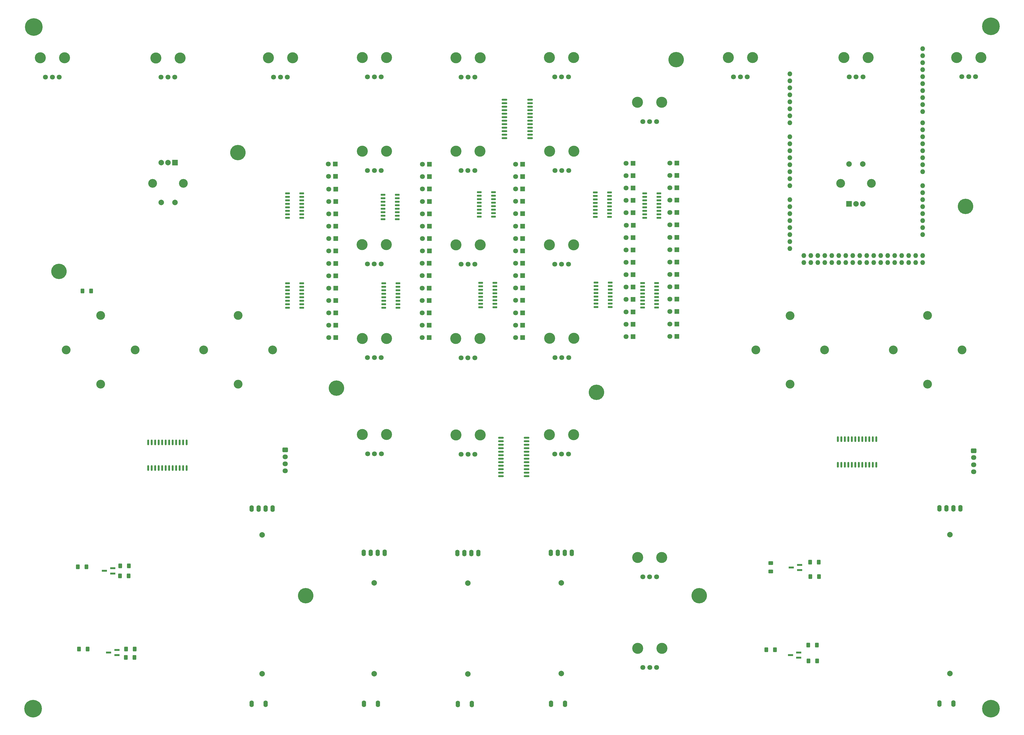
<source format=gbs>
%TF.GenerationSoftware,KiCad,Pcbnew,(5.99.0-11071-g7fde05e8ee)*%
%TF.CreationDate,2021-09-22T13:11:59+02:00*%
%TF.ProjectId,Mixduino,4d697864-7569-46e6-9f2e-6b696361645f,rev?*%
%TF.SameCoordinates,Original*%
%TF.FileFunction,Soldermask,Bot*%
%TF.FilePolarity,Negative*%
%FSLAX46Y46*%
G04 Gerber Fmt 4.6, Leading zero omitted, Abs format (unit mm)*
G04 Created by KiCad (PCBNEW (5.99.0-11071-g7fde05e8ee)) date 2021-09-22 13:11:59*
%MOMM*%
%LPD*%
G01*
G04 APERTURE LIST*
G04 Aperture macros list*
%AMRoundRect*
0 Rectangle with rounded corners*
0 $1 Rounding radius*
0 $2 $3 $4 $5 $6 $7 $8 $9 X,Y pos of 4 corners*
0 Add a 4 corners polygon primitive as box body*
4,1,4,$2,$3,$4,$5,$6,$7,$8,$9,$2,$3,0*
0 Add four circle primitives for the rounded corners*
1,1,$1+$1,$2,$3*
1,1,$1+$1,$4,$5*
1,1,$1+$1,$6,$7*
1,1,$1+$1,$8,$9*
0 Add four rect primitives between the rounded corners*
20,1,$1+$1,$2,$3,$4,$5,0*
20,1,$1+$1,$4,$5,$6,$7,0*
20,1,$1+$1,$6,$7,$8,$9,0*
20,1,$1+$1,$8,$9,$2,$3,0*%
G04 Aperture macros list end*
%ADD10R,1.800000X1.800000*%
%ADD11C,1.800000*%
%ADD12C,2.000000*%
%ADD13O,1.600000X2.400000*%
%ADD14O,1.600000X2.462000*%
%ADD15C,3.600000*%
%ADD16C,6.400000*%
%ADD17C,5.600000*%
%ADD18C,3.200000*%
%ADD19C,4.000000*%
%ADD20RoundRect,0.250000X-0.725000X0.600000X-0.725000X-0.600000X0.725000X-0.600000X0.725000X0.600000X0*%
%ADD21O,1.950000X1.700000*%
%ADD22R,2.000000X2.000000*%
%ADD23O,1.727200X1.727200*%
%ADD24RoundRect,0.250000X-0.400000X-0.625000X0.400000X-0.625000X0.400000X0.625000X-0.400000X0.625000X0*%
%ADD25R,1.900000X0.800000*%
%ADD26RoundRect,0.250000X0.400000X0.625000X-0.400000X0.625000X-0.400000X-0.625000X0.400000X-0.625000X0*%
%ADD27RoundRect,0.150000X0.150000X-0.875000X0.150000X0.875000X-0.150000X0.875000X-0.150000X-0.875000X0*%
%ADD28RoundRect,0.250000X0.625000X-0.400000X0.625000X0.400000X-0.625000X0.400000X-0.625000X-0.400000X0*%
%ADD29RoundRect,0.150000X0.725000X0.150000X-0.725000X0.150000X-0.725000X-0.150000X0.725000X-0.150000X0*%
%ADD30RoundRect,0.150000X0.875000X0.150000X-0.875000X0.150000X-0.875000X-0.150000X0.875000X-0.150000X0*%
G04 APERTURE END LIST*
D10*
X268960200Y-120639200D03*
D11*
X266420200Y-120639200D03*
D12*
X248900000Y-292300000D03*
X248900000Y-259300000D03*
D13*
X250170000Y-248368000D03*
X245090000Y-248368000D03*
X247630000Y-248368000D03*
D14*
X252710000Y-248368000D03*
D13*
X245200000Y-303232000D03*
X250280000Y-303232000D03*
D10*
X234904200Y-161154600D03*
D11*
X232364200Y-161154600D03*
D10*
X268960200Y-107139200D03*
D11*
X266420200Y-107139200D03*
D10*
X268935200Y-152129200D03*
D11*
X266395200Y-152129200D03*
D10*
X302869600Y-165603800D03*
D11*
X300329600Y-165603800D03*
D10*
X234904200Y-165654600D03*
D11*
X232364200Y-165654600D03*
D10*
X234904200Y-116154600D03*
D11*
X232364200Y-116154600D03*
D15*
X473000000Y-57000000D03*
D16*
X473000000Y-57000000D03*
D15*
X199390000Y-102870000D03*
D17*
X199390000Y-102870000D03*
D18*
X149520000Y-162090000D03*
D19*
X136350000Y-68470000D03*
X127550000Y-68470000D03*
D11*
X134450000Y-75470000D03*
X131950000Y-75470000D03*
X129450000Y-75470000D03*
D15*
X125200000Y-57300000D03*
D16*
X125200000Y-57300000D03*
D10*
X302869600Y-143103800D03*
D11*
X300329600Y-143103800D03*
D19*
X210460000Y-68460000D03*
X219260000Y-68460000D03*
D11*
X217360000Y-75460000D03*
X214860000Y-75460000D03*
X212360000Y-75460000D03*
D20*
X216550000Y-210950000D03*
D21*
X216550000Y-213450000D03*
X216550000Y-216030000D03*
X216550000Y-218570000D03*
D10*
X302869600Y-161103800D03*
D11*
X300329600Y-161103800D03*
D12*
X282980000Y-259370000D03*
X282980000Y-292370000D03*
D13*
X279170000Y-248438000D03*
X284250000Y-248438000D03*
X281710000Y-248438000D03*
D14*
X286790000Y-248438000D03*
D13*
X279280000Y-303302000D03*
X284360000Y-303302000D03*
D10*
X343016600Y-106773600D03*
D11*
X340476600Y-106773600D03*
D10*
X358907000Y-106672000D03*
D11*
X356367000Y-106672000D03*
D10*
X234904200Y-152154600D03*
D11*
X232364200Y-152154600D03*
D19*
X278600000Y-205550000D03*
X287400000Y-205550000D03*
D11*
X285500000Y-212550000D03*
X283000000Y-212550000D03*
X280500000Y-212550000D03*
D10*
X268935200Y-156629200D03*
D11*
X266395200Y-156629200D03*
D19*
X278610000Y-68440000D03*
X287410000Y-68440000D03*
D11*
X285510000Y-75440000D03*
X283010000Y-75440000D03*
X280510000Y-75440000D03*
D10*
X302869600Y-111613800D03*
D11*
X300329600Y-111613800D03*
D18*
X137020000Y-174600000D03*
D10*
X234814200Y-107034600D03*
D11*
X232274200Y-107034600D03*
D10*
X302869600Y-138613800D03*
D11*
X300329600Y-138613800D03*
D10*
X358907000Y-120172000D03*
D11*
X356367000Y-120172000D03*
D12*
X458100000Y-241720000D03*
X458100000Y-292220000D03*
D13*
X459370000Y-232220000D03*
X454290000Y-232220000D03*
D14*
X461910000Y-232220000D03*
D13*
X456830000Y-232220000D03*
X459400000Y-303120000D03*
X454320000Y-303120000D03*
D18*
X211980000Y-174570000D03*
D10*
X234904200Y-156654600D03*
D11*
X232364200Y-156654600D03*
D10*
X268935200Y-170129200D03*
D11*
X266395200Y-170129200D03*
D10*
X358907000Y-151672000D03*
D11*
X356367000Y-151672000D03*
D19*
X287390000Y-102400000D03*
X278590000Y-102400000D03*
D11*
X285490000Y-109400000D03*
X282990000Y-109400000D03*
X280490000Y-109400000D03*
D10*
X343006600Y-120273600D03*
D11*
X340466600Y-120273600D03*
D19*
X344630000Y-250040000D03*
X353430000Y-250040000D03*
D11*
X351530000Y-257040000D03*
X349030000Y-257040000D03*
X346530000Y-257040000D03*
D10*
X234904200Y-143154600D03*
D11*
X232364200Y-143154600D03*
D10*
X268960200Y-116139200D03*
D11*
X266420200Y-116139200D03*
D22*
X421490000Y-121550000D03*
D12*
X426490000Y-121550000D03*
X423990000Y-121550000D03*
D18*
X418390000Y-114050000D03*
X429590000Y-114050000D03*
D12*
X426490000Y-107050000D03*
X421490000Y-107050000D03*
D18*
X186980000Y-174580000D03*
X400050000Y-162120000D03*
D10*
X234904200Y-120654600D03*
D11*
X232364200Y-120654600D03*
D10*
X302869600Y-107123800D03*
D11*
X300329600Y-107123800D03*
D10*
X268960200Y-138639200D03*
D11*
X266420200Y-138639200D03*
D10*
X268935200Y-165629200D03*
D11*
X266395200Y-165629200D03*
D10*
X234904200Y-147654600D03*
D11*
X232364200Y-147654600D03*
D15*
X358648000Y-69088000D03*
D17*
X358648000Y-69088000D03*
D10*
X358907000Y-147172000D03*
D11*
X356367000Y-147172000D03*
D15*
X463804000Y-122428000D03*
D17*
X463804000Y-122428000D03*
D10*
X358907000Y-124672000D03*
D11*
X356367000Y-124672000D03*
D10*
X302869600Y-170103800D03*
D11*
X300329600Y-170103800D03*
D18*
X462510000Y-174590000D03*
D10*
X358907000Y-142672000D03*
D11*
X356367000Y-142672000D03*
D17*
X134366000Y-146050000D03*
D15*
X134366000Y-146050000D03*
D19*
X377590000Y-68380000D03*
X386390000Y-68380000D03*
D11*
X384490000Y-75380000D03*
X381990000Y-75380000D03*
X379490000Y-75380000D03*
D19*
X244590000Y-102380000D03*
X253390000Y-102380000D03*
D11*
X251490000Y-109380000D03*
X248990000Y-109380000D03*
X246490000Y-109380000D03*
D19*
X312696975Y-102402186D03*
X321496975Y-102402186D03*
D11*
X319596975Y-109402186D03*
X317096975Y-109402186D03*
X314596975Y-109402186D03*
D10*
X234904200Y-138654600D03*
D11*
X232364200Y-138654600D03*
D18*
X387560000Y-174630000D03*
D10*
X343006600Y-133773600D03*
D11*
X340466600Y-133773600D03*
D10*
X358907000Y-169672000D03*
D11*
X356367000Y-169672000D03*
D15*
X235204000Y-188468000D03*
D17*
X235204000Y-188468000D03*
D10*
X268935200Y-147629200D03*
D11*
X266395200Y-147629200D03*
D10*
X358907000Y-115672000D03*
D11*
X356367000Y-115672000D03*
D10*
X302869600Y-129613800D03*
D11*
X300329600Y-129613800D03*
D18*
X450000000Y-162100000D03*
D19*
X419610000Y-68390000D03*
X428410000Y-68390000D03*
D11*
X426510000Y-75390000D03*
X424010000Y-75390000D03*
X421510000Y-75390000D03*
D10*
X268960200Y-134139200D03*
D11*
X266420200Y-134139200D03*
D19*
X287400000Y-136430000D03*
X278600000Y-136430000D03*
D11*
X285500000Y-143430000D03*
X283000000Y-143430000D03*
X280500000Y-143430000D03*
D10*
X358907000Y-138172000D03*
D11*
X356367000Y-138172000D03*
D12*
X316870000Y-259250000D03*
X316870000Y-292250000D03*
D13*
X313060000Y-248318000D03*
X318140000Y-248318000D03*
X315600000Y-248318000D03*
D14*
X320680000Y-248318000D03*
D13*
X318250000Y-303182000D03*
X313170000Y-303182000D03*
D10*
X343021600Y-129273600D03*
D11*
X340481600Y-129273600D03*
D10*
X358907000Y-165172000D03*
D11*
X356367000Y-165172000D03*
D23*
X399957500Y-74315000D03*
X399957500Y-81935000D03*
X399957500Y-84475000D03*
X448217500Y-140355000D03*
X448217500Y-142895000D03*
X399957500Y-97175000D03*
X399957500Y-99715000D03*
X399957500Y-102255000D03*
X399957500Y-104795000D03*
X399957500Y-107335000D03*
X399957500Y-109875000D03*
X399957500Y-112415000D03*
X399957500Y-114955000D03*
X399957500Y-120035000D03*
X399957500Y-122575000D03*
X399957500Y-125115000D03*
X399957500Y-127655000D03*
X399957500Y-130195000D03*
X399957500Y-132735000D03*
X399957500Y-135275000D03*
X399957500Y-137815000D03*
X448217500Y-70251000D03*
X448217500Y-109875000D03*
X448217500Y-107335000D03*
X448217500Y-104795000D03*
X448217500Y-102255000D03*
X448217500Y-99715000D03*
X448217500Y-97175000D03*
X448217500Y-94635000D03*
X448217500Y-92095000D03*
X448217500Y-88031000D03*
X448217500Y-85491000D03*
X448217500Y-82951000D03*
X448217500Y-80411000D03*
X448217500Y-77871000D03*
X448217500Y-75331000D03*
X448217500Y-114955000D03*
X448217500Y-117495000D03*
X448217500Y-120035000D03*
X448217500Y-122575000D03*
X448217500Y-125115000D03*
X448217500Y-127655000D03*
X448217500Y-130195000D03*
X448217500Y-132735000D03*
X445677500Y-140355000D03*
X445677500Y-142895000D03*
X443137500Y-140355000D03*
X443137500Y-142895000D03*
X440597500Y-140355000D03*
X440597500Y-142895000D03*
X438057500Y-140355000D03*
X438057500Y-142895000D03*
X435517500Y-140355000D03*
X435517500Y-142895000D03*
X432977500Y-140355000D03*
X432977500Y-142895000D03*
X430437500Y-140355000D03*
X430437500Y-142895000D03*
X427897500Y-140355000D03*
X427897500Y-142895000D03*
X425357500Y-140355000D03*
X425357500Y-142895000D03*
X422817500Y-140355000D03*
X422817500Y-142895000D03*
X420277500Y-140355000D03*
X420277500Y-142895000D03*
X417737500Y-140355000D03*
X417737500Y-142895000D03*
X415197500Y-140355000D03*
X415197500Y-142895000D03*
X412657500Y-140355000D03*
X412657500Y-142895000D03*
X410117500Y-140355000D03*
X410117500Y-142895000D03*
X407577500Y-140355000D03*
X407577500Y-142895000D03*
X448217500Y-72791000D03*
X399957500Y-87015000D03*
X399957500Y-89555000D03*
X405037500Y-140355000D03*
X405037500Y-142895000D03*
X399957500Y-76855000D03*
X399957500Y-79395000D03*
X448217500Y-65171000D03*
X448217500Y-67711000D03*
X399957500Y-92095000D03*
D19*
X321410000Y-68380000D03*
X312610000Y-68380000D03*
D11*
X319510000Y-75380000D03*
X317010000Y-75380000D03*
X314510000Y-75380000D03*
D19*
X278570000Y-170460000D03*
X287370000Y-170460000D03*
D11*
X285470000Y-177460000D03*
X282970000Y-177460000D03*
X280470000Y-177460000D03*
D18*
X162020000Y-174580000D03*
D17*
X329692000Y-189992000D03*
D15*
X329692000Y-189992000D03*
D19*
X253350000Y-136330000D03*
X244550000Y-136330000D03*
D11*
X251450000Y-143330000D03*
X248950000Y-143330000D03*
X246450000Y-143330000D03*
D10*
X358907000Y-160672000D03*
D11*
X356367000Y-160672000D03*
D18*
X412550000Y-174620000D03*
D10*
X343006600Y-165273600D03*
D11*
X340466600Y-165273600D03*
D10*
X302869600Y-116113800D03*
D11*
X300329600Y-116113800D03*
D10*
X343006600Y-169773600D03*
D11*
X340466600Y-169773600D03*
D15*
X125000000Y-305000000D03*
D16*
X125000000Y-305000000D03*
D18*
X400060000Y-187090000D03*
D12*
X208170000Y-241800000D03*
X208170000Y-292300000D03*
D13*
X209440000Y-232300000D03*
X204360000Y-232300000D03*
D14*
X211980000Y-232300000D03*
D13*
X206900000Y-232300000D03*
X204390000Y-303200000D03*
X209470000Y-303200000D03*
D19*
X321400000Y-205450000D03*
X312600000Y-205450000D03*
D11*
X319500000Y-212450000D03*
X317000000Y-212450000D03*
X314500000Y-212450000D03*
D16*
X473000000Y-305000000D03*
D15*
X473000000Y-305000000D03*
D18*
X437510000Y-174610000D03*
D10*
X302869600Y-147603800D03*
D11*
X300329600Y-147603800D03*
D10*
X234904200Y-129654600D03*
D11*
X232364200Y-129654600D03*
D10*
X302869600Y-152103800D03*
D11*
X300329600Y-152103800D03*
D19*
X244560000Y-68370000D03*
X253360000Y-68370000D03*
D11*
X251460000Y-75370000D03*
X248960000Y-75370000D03*
X246460000Y-75370000D03*
D10*
X302869600Y-120613800D03*
D11*
X300329600Y-120613800D03*
D10*
X358907000Y-111172000D03*
D11*
X356367000Y-111172000D03*
D10*
X343006600Y-142773600D03*
D11*
X340466600Y-142773600D03*
D19*
X353400000Y-84648012D03*
X344600000Y-84648012D03*
D11*
X351500000Y-91648012D03*
X349000000Y-91648012D03*
X346500000Y-91648012D03*
D10*
X302869600Y-134113800D03*
D11*
X300329600Y-134113800D03*
D15*
X224028000Y-263906000D03*
D17*
X224028000Y-263906000D03*
D10*
X343006600Y-151773600D03*
D11*
X340466600Y-151773600D03*
D10*
X302869600Y-125113800D03*
D11*
X300329600Y-125113800D03*
D10*
X343006600Y-147273600D03*
D11*
X340466600Y-147273600D03*
D10*
X268960200Y-125139200D03*
D11*
X266420200Y-125139200D03*
D18*
X199470000Y-162080000D03*
D10*
X358907000Y-156172000D03*
D11*
X356367000Y-156172000D03*
D10*
X268960200Y-111639200D03*
D11*
X266420200Y-111639200D03*
D19*
X312700000Y-170400000D03*
X321500000Y-170400000D03*
D11*
X319600000Y-177400000D03*
X317100000Y-177400000D03*
X314600000Y-177400000D03*
D19*
X353460000Y-283040000D03*
X344660000Y-283040000D03*
D11*
X351560000Y-290040000D03*
X349060000Y-290040000D03*
X346560000Y-290040000D03*
D20*
X466750000Y-211250000D03*
D21*
X466750000Y-213750000D03*
X466750000Y-216330000D03*
X466750000Y-218870000D03*
D19*
X169570000Y-68480000D03*
X178370000Y-68480000D03*
D11*
X176470000Y-75480000D03*
X173970000Y-75480000D03*
X171470000Y-75480000D03*
D10*
X343006600Y-115773600D03*
D11*
X340466600Y-115773600D03*
D10*
X234904200Y-134154600D03*
D11*
X232364200Y-134154600D03*
D17*
X367030000Y-263906000D03*
D15*
X367030000Y-263906000D03*
D10*
X358907000Y-129172000D03*
D11*
X356367000Y-129172000D03*
D10*
X343006600Y-111273600D03*
D11*
X340466600Y-111273600D03*
D19*
X244610000Y-205350000D03*
X253410000Y-205350000D03*
D11*
X251510000Y-212350000D03*
X249010000Y-212350000D03*
X246510000Y-212350000D03*
D10*
X268960200Y-129639200D03*
D11*
X266420200Y-129639200D03*
D19*
X321410000Y-136430000D03*
X312610000Y-136430000D03*
D11*
X319510000Y-143430000D03*
X317010000Y-143430000D03*
X314510000Y-143430000D03*
D10*
X302869600Y-156603800D03*
D11*
X300329600Y-156603800D03*
D10*
X268935200Y-161129200D03*
D11*
X266395200Y-161129200D03*
D10*
X234904200Y-170154600D03*
D11*
X232364200Y-170154600D03*
D10*
X343006600Y-124773600D03*
D11*
X340466600Y-124773600D03*
D10*
X234904200Y-125154600D03*
D11*
X232364200Y-125154600D03*
D10*
X358907000Y-133672000D03*
D11*
X356367000Y-133672000D03*
D22*
X176500000Y-106530000D03*
D12*
X171500000Y-106530000D03*
X174000000Y-106530000D03*
D18*
X168400000Y-114030000D03*
X179600000Y-114030000D03*
D12*
X171500000Y-121030000D03*
X176500000Y-121030000D03*
D18*
X149520000Y-187070000D03*
D10*
X234854200Y-111554600D03*
D11*
X232314200Y-111554600D03*
D10*
X343006600Y-156273600D03*
D11*
X340466600Y-156273600D03*
D18*
X450020000Y-187090000D03*
X199490000Y-187060000D03*
D10*
X343006600Y-160773600D03*
D11*
X340466600Y-160773600D03*
D10*
X343006600Y-138273600D03*
D11*
X340466600Y-138273600D03*
D19*
X244580000Y-170420000D03*
X253380000Y-170420000D03*
D11*
X251480000Y-177420000D03*
X248980000Y-177420000D03*
X246480000Y-177420000D03*
D10*
X268935200Y-143129200D03*
D11*
X266395200Y-143129200D03*
D19*
X460570000Y-68330000D03*
X469370000Y-68330000D03*
D11*
X467470000Y-75330000D03*
X464970000Y-75330000D03*
X462470000Y-75330000D03*
D24*
X158750000Y-283300000D03*
X161850000Y-283300000D03*
D25*
X403500000Y-252750000D03*
X403500000Y-254650000D03*
X400500000Y-253700000D03*
D26*
X146050000Y-153162000D03*
X142950000Y-153162000D03*
D25*
X155400000Y-283650000D03*
X155400000Y-285550000D03*
X152400000Y-284600000D03*
D27*
X431385000Y-216350000D03*
X430115000Y-216350000D03*
X428845000Y-216350000D03*
X427575000Y-216350000D03*
X426305000Y-216350000D03*
X425035000Y-216350000D03*
X423765000Y-216350000D03*
X422495000Y-216350000D03*
X421225000Y-216350000D03*
X419955000Y-216350000D03*
X418685000Y-216350000D03*
X417415000Y-216350000D03*
X417415000Y-207050000D03*
X418685000Y-207050000D03*
X419955000Y-207050000D03*
X421225000Y-207050000D03*
X422495000Y-207050000D03*
X423765000Y-207050000D03*
X425035000Y-207050000D03*
X426305000Y-207050000D03*
X427575000Y-207050000D03*
X428845000Y-207050000D03*
X430115000Y-207050000D03*
X431385000Y-207050000D03*
D28*
X393000000Y-255150000D03*
X393000000Y-252050000D03*
D29*
X292244600Y-117315600D03*
X292244600Y-118585600D03*
X292244600Y-119855600D03*
X292244600Y-121125600D03*
X292244600Y-122395600D03*
X292244600Y-123665600D03*
X292244600Y-124935600D03*
X292244600Y-126205600D03*
X287094600Y-126205600D03*
X287094600Y-124935600D03*
X287094600Y-123665600D03*
X287094600Y-122395600D03*
X287094600Y-121125600D03*
X287094600Y-119855600D03*
X287094600Y-118585600D03*
X287094600Y-117315600D03*
X222589800Y-117678200D03*
X222589800Y-118948200D03*
X222589800Y-120218200D03*
X222589800Y-121488200D03*
X222589800Y-122758200D03*
X222589800Y-124028200D03*
X222589800Y-125298200D03*
X222589800Y-126568200D03*
X217439800Y-126568200D03*
X217439800Y-125298200D03*
X217439800Y-124028200D03*
X217439800Y-122758200D03*
X217439800Y-121488200D03*
X217439800Y-120218200D03*
X217439800Y-118948200D03*
X217439800Y-117678200D03*
X222589800Y-150378200D03*
X222589800Y-151648200D03*
X222589800Y-152918200D03*
X222589800Y-154188200D03*
X222589800Y-155458200D03*
X222589800Y-156728200D03*
X222589800Y-157998200D03*
X222589800Y-159268200D03*
X217439800Y-159268200D03*
X217439800Y-157998200D03*
X217439800Y-156728200D03*
X217439800Y-155458200D03*
X217439800Y-154188200D03*
X217439800Y-152918200D03*
X217439800Y-151648200D03*
X217439800Y-150378200D03*
D24*
X406650000Y-281900000D03*
X409750000Y-281900000D03*
D25*
X153900000Y-253950000D03*
X153900000Y-255850000D03*
X150900000Y-254900000D03*
D29*
X334426000Y-117348000D03*
X334426000Y-118618000D03*
X334426000Y-119888000D03*
X334426000Y-121158000D03*
X334426000Y-122428000D03*
X334426000Y-123698000D03*
X334426000Y-124968000D03*
X334426000Y-126238000D03*
X329276000Y-126238000D03*
X329276000Y-124968000D03*
X329276000Y-123698000D03*
X329276000Y-122428000D03*
X329276000Y-121158000D03*
X329276000Y-119888000D03*
X329276000Y-118618000D03*
X329276000Y-117348000D03*
D26*
X410550000Y-257000000D03*
X407450000Y-257000000D03*
X409850000Y-287600000D03*
X406750000Y-287600000D03*
D29*
X352383800Y-117729000D03*
X352383800Y-118999000D03*
X352383800Y-120269000D03*
X352383800Y-121539000D03*
X352383800Y-122809000D03*
X352383800Y-124079000D03*
X352383800Y-125349000D03*
X352383800Y-126619000D03*
X347233800Y-126619000D03*
X347233800Y-125349000D03*
X347233800Y-124079000D03*
X347233800Y-122809000D03*
X347233800Y-121539000D03*
X347233800Y-120269000D03*
X347233800Y-118999000D03*
X347233800Y-117729000D03*
D30*
X304250000Y-206515000D03*
X304250000Y-207785000D03*
X304250000Y-209055000D03*
X304250000Y-210325000D03*
X304250000Y-211595000D03*
X304250000Y-212865000D03*
X304250000Y-214135000D03*
X304250000Y-215405000D03*
X304250000Y-216675000D03*
X304250000Y-217945000D03*
X304250000Y-219215000D03*
X304250000Y-220485000D03*
X294950000Y-220485000D03*
X294950000Y-219215000D03*
X294950000Y-217945000D03*
X294950000Y-216675000D03*
X294950000Y-215405000D03*
X294950000Y-214135000D03*
X294950000Y-212865000D03*
X294950000Y-211595000D03*
X294950000Y-210325000D03*
X294950000Y-209055000D03*
X294950000Y-207785000D03*
X294950000Y-206515000D03*
D26*
X159650000Y-256700000D03*
X156550000Y-256700000D03*
D29*
X292744600Y-150215600D03*
X292744600Y-151485600D03*
X292744600Y-152755600D03*
X292744600Y-154025600D03*
X292744600Y-155295600D03*
X292744600Y-156565600D03*
X292744600Y-157835600D03*
X292744600Y-159105600D03*
X287594600Y-159105600D03*
X287594600Y-157835600D03*
X287594600Y-156565600D03*
X287594600Y-155295600D03*
X287594600Y-154025600D03*
X287594600Y-152755600D03*
X287594600Y-151485600D03*
X287594600Y-150215600D03*
D24*
X141650000Y-283300000D03*
X144750000Y-283300000D03*
D29*
X257514800Y-150368000D03*
X257514800Y-151638000D03*
X257514800Y-152908000D03*
X257514800Y-154178000D03*
X257514800Y-155448000D03*
X257514800Y-156718000D03*
X257514800Y-157988000D03*
X257514800Y-159258000D03*
X252364800Y-159258000D03*
X252364800Y-157988000D03*
X252364800Y-156718000D03*
X252364800Y-155448000D03*
X252364800Y-154178000D03*
X252364800Y-152908000D03*
X252364800Y-151638000D03*
X252364800Y-150368000D03*
D25*
X403200000Y-284550000D03*
X403200000Y-286450000D03*
X400200000Y-285500000D03*
D30*
X305550000Y-83715000D03*
X305550000Y-84985000D03*
X305550000Y-86255000D03*
X305550000Y-87525000D03*
X305550000Y-88795000D03*
X305550000Y-90065000D03*
X305550000Y-91335000D03*
X305550000Y-92605000D03*
X305550000Y-93875000D03*
X305550000Y-95145000D03*
X305550000Y-96415000D03*
X305550000Y-97685000D03*
X296250000Y-97685000D03*
X296250000Y-96415000D03*
X296250000Y-95145000D03*
X296250000Y-93875000D03*
X296250000Y-92605000D03*
X296250000Y-91335000D03*
X296250000Y-90065000D03*
X296250000Y-88795000D03*
X296250000Y-87525000D03*
X296250000Y-86255000D03*
X296250000Y-84985000D03*
X296250000Y-83715000D03*
D24*
X156650000Y-253100000D03*
X159750000Y-253100000D03*
X407350000Y-251700000D03*
X410450000Y-251700000D03*
D29*
X351571000Y-150266400D03*
X351571000Y-151536400D03*
X351571000Y-152806400D03*
X351571000Y-154076400D03*
X351571000Y-155346400D03*
X351571000Y-156616400D03*
X351571000Y-157886400D03*
X351571000Y-159156400D03*
X346421000Y-159156400D03*
X346421000Y-157886400D03*
X346421000Y-156616400D03*
X346421000Y-155346400D03*
X346421000Y-154076400D03*
X346421000Y-152806400D03*
X346421000Y-151536400D03*
X346421000Y-150266400D03*
X334701000Y-150113000D03*
X334701000Y-151383000D03*
X334701000Y-152653000D03*
X334701000Y-153923000D03*
X334701000Y-155193000D03*
X334701000Y-156463000D03*
X334701000Y-157733000D03*
X334701000Y-159003000D03*
X329551000Y-159003000D03*
X329551000Y-157733000D03*
X329551000Y-156463000D03*
X329551000Y-155193000D03*
X329551000Y-153923000D03*
X329551000Y-152653000D03*
X329551000Y-151383000D03*
X329551000Y-150113000D03*
D27*
X180785000Y-217550000D03*
X179515000Y-217550000D03*
X178245000Y-217550000D03*
X176975000Y-217550000D03*
X175705000Y-217550000D03*
X174435000Y-217550000D03*
X173165000Y-217550000D03*
X171895000Y-217550000D03*
X170625000Y-217550000D03*
X169355000Y-217550000D03*
X168085000Y-217550000D03*
X166815000Y-217550000D03*
X166815000Y-208250000D03*
X168085000Y-208250000D03*
X169355000Y-208250000D03*
X170625000Y-208250000D03*
X171895000Y-208250000D03*
X173165000Y-208250000D03*
X174435000Y-208250000D03*
X175705000Y-208250000D03*
X176975000Y-208250000D03*
X178245000Y-208250000D03*
X179515000Y-208250000D03*
X180785000Y-208250000D03*
D24*
X141250000Y-253400000D03*
X144350000Y-253400000D03*
D26*
X161798600Y-286334200D03*
X158698600Y-286334200D03*
D29*
X257311600Y-118237000D03*
X257311600Y-119507000D03*
X257311600Y-120777000D03*
X257311600Y-122047000D03*
X257311600Y-123317000D03*
X257311600Y-124587000D03*
X257311600Y-125857000D03*
X257311600Y-127127000D03*
X252161600Y-127127000D03*
X252161600Y-125857000D03*
X252161600Y-124587000D03*
X252161600Y-123317000D03*
X252161600Y-122047000D03*
X252161600Y-120777000D03*
X252161600Y-119507000D03*
X252161600Y-118237000D03*
D26*
X394550000Y-283600000D03*
X391450000Y-283600000D03*
M02*

</source>
